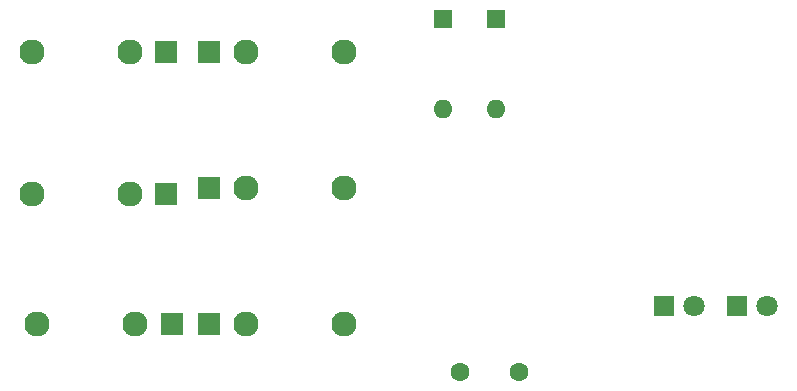
<source format=gbs>
G04 #@! TF.GenerationSoftware,KiCad,Pcbnew,8.0.7*
G04 #@! TF.CreationDate,2025-06-18T10:27:30-04:00*
G04 #@! TF.ProjectId,ESP32_MIDI2CV,45535033-325f-44d4-9944-493243562e6b,rev?*
G04 #@! TF.SameCoordinates,Original*
G04 #@! TF.FileFunction,Soldermask,Bot*
G04 #@! TF.FilePolarity,Negative*
%FSLAX46Y46*%
G04 Gerber Fmt 4.6, Leading zero omitted, Abs format (unit mm)*
G04 Created by KiCad (PCBNEW 8.0.7) date 2025-06-18 10:27:30*
%MOMM*%
%LPD*%
G01*
G04 APERTURE LIST*
%ADD10R,1.830000X1.930000*%
%ADD11C,2.130000*%
%ADD12R,1.800000X1.800000*%
%ADD13C,1.800000*%
%ADD14R,1.600000X1.600000*%
%ADD15O,1.600000X1.600000*%
%ADD16C,1.600000*%
G04 APERTURE END LIST*
D10*
X150720000Y-59500000D03*
D11*
X162120000Y-59500000D03*
X153820000Y-59500000D03*
D10*
X147600000Y-59500000D03*
D11*
X136200000Y-59500000D03*
X144500000Y-59500000D03*
D10*
X150720000Y-48000000D03*
D11*
X162120000Y-48000000D03*
X153820000Y-48000000D03*
D10*
X147100000Y-48500000D03*
D11*
X135700000Y-48500000D03*
X144000000Y-48500000D03*
D10*
X150720000Y-36500000D03*
D11*
X162120000Y-36500000D03*
X153820000Y-36500000D03*
D10*
X147100000Y-36500000D03*
D11*
X135700000Y-36500000D03*
X144000000Y-36500000D03*
D12*
X189230000Y-58000000D03*
D13*
X191770000Y-58000000D03*
D14*
X175000000Y-33690000D03*
D15*
X175000000Y-41310000D03*
D13*
X198000000Y-58000000D03*
D12*
X195460000Y-58000000D03*
D14*
X170500000Y-33690000D03*
D15*
X170500000Y-41310000D03*
D16*
X171975000Y-63595000D03*
X176975000Y-63595000D03*
M02*

</source>
